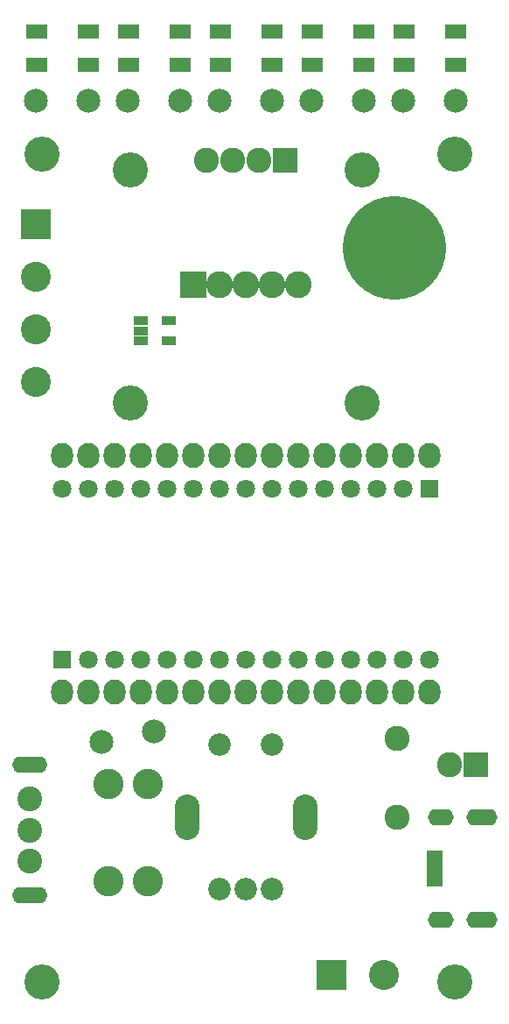
<source format=gbr>
G04 #@! TF.FileFunction,Soldermask,Top*
%FSLAX46Y46*%
G04 Gerber Fmt 4.6, Leading zero omitted, Abs format (unit mm)*
G04 Created by KiCad (PCBNEW 4.0.4-stable) date 09/05/17 13:24:04*
%MOMM*%
%LPD*%
G01*
G04 APERTURE LIST*
%ADD10C,0.500000*%
%ADD11R,2.432000X2.432000*%
%ADD12C,2.432000*%
%ADD13C,3.400000*%
%ADD14C,2.305000*%
%ADD15O,2.127200X2.432000*%
%ADD16C,2.940000*%
%ADD17C,2.400000*%
%ADD18O,3.400000X1.600000*%
%ADD19R,1.500000X0.850000*%
%ADD20O,2.500000X1.600000*%
%ADD21O,3.000000X1.600000*%
%ADD22R,2.500580X2.500580*%
%ADD23C,2.599640*%
%ADD24R,2.899360X2.899360*%
%ADD25C,2.899360*%
%ADD26C,1.797000*%
%ADD27R,1.797000X1.797000*%
%ADD28C,10.010000*%
%ADD29C,2.178000*%
%ADD30O,2.398980X4.400500*%
%ADD31R,2.000000X1.400000*%
%ADD32R,1.400000X0.950000*%
G04 APERTURE END LIST*
D10*
D11*
X28575000Y84455000D03*
D12*
X26035000Y84455000D03*
X23495000Y84455000D03*
X20955000Y84455000D03*
D13*
X36015000Y83475000D03*
X36015000Y60975000D03*
X13515000Y60975000D03*
X13515000Y83475000D03*
D14*
X15875000Y29210000D03*
X10775000Y28210000D03*
D12*
X39370000Y28575000D03*
X39370000Y20955000D03*
D15*
X6985000Y33020000D03*
X9525000Y33020000D03*
X12065000Y33020000D03*
X14605000Y33020000D03*
X17145000Y33020000D03*
X19685000Y33020000D03*
X22225000Y33020000D03*
X24765000Y33020000D03*
X27305000Y33020000D03*
X29845000Y33020000D03*
X32385000Y33020000D03*
X34925000Y33020000D03*
X37465000Y33020000D03*
X40005000Y33020000D03*
X42545000Y33020000D03*
X6985000Y55880000D03*
X37465000Y55880000D03*
X40005000Y55880000D03*
X34925000Y55880000D03*
X19685000Y55880000D03*
X17145000Y55880000D03*
X22225000Y55880000D03*
X42545000Y55880000D03*
X27305000Y55880000D03*
X24765000Y55880000D03*
X29845000Y55880000D03*
X32385000Y55880000D03*
X12065000Y55880000D03*
X14605000Y55880000D03*
X9525000Y55880000D03*
D16*
X15240000Y24130000D03*
X15240000Y14732000D03*
D17*
X3784600Y19692620D03*
X3810000Y16685000D03*
X3810000Y22685000D03*
D18*
X3810000Y13385000D03*
X3810000Y25985000D03*
D14*
X4445000Y90170000D03*
X9525000Y90170000D03*
X13335000Y90170000D03*
X18415000Y90170000D03*
X22225000Y90170000D03*
X27305000Y90170000D03*
X31115000Y90170000D03*
X36195000Y90170000D03*
X40005000Y90170000D03*
X45085000Y90170000D03*
D16*
X11430000Y24130000D03*
X11430000Y14732000D03*
D19*
X43030000Y14699000D03*
X43030000Y15349000D03*
X43030000Y15999000D03*
X43030000Y16649000D03*
X43030000Y17299000D03*
D20*
X43580000Y11049000D03*
X43580000Y20949000D03*
D21*
X47580000Y11049000D03*
X47580000Y20949000D03*
D22*
X19685000Y72390000D03*
D23*
X22225000Y72390000D03*
X24765000Y72390000D03*
X27305000Y72390000D03*
X29845000Y72390000D03*
D24*
X4445000Y78232000D03*
D25*
X4445000Y73152000D03*
X4445000Y68072000D03*
X4445000Y62992000D03*
D26*
X42545000Y36195000D03*
X40005000Y36195000D03*
X37465000Y36195000D03*
X34925000Y36195000D03*
X32385000Y36195000D03*
D27*
X6985000Y36195000D03*
D26*
X9525000Y36195000D03*
X12065000Y36195000D03*
X14605000Y36195000D03*
X17145000Y36195000D03*
X19685000Y36195000D03*
X22225000Y36195000D03*
X24765000Y36195000D03*
X27305000Y36195000D03*
X29845000Y36195000D03*
X6985000Y52705000D03*
X9525000Y52705000D03*
X12065000Y52705000D03*
X14605000Y52705000D03*
X17145000Y52705000D03*
D27*
X42545000Y52705000D03*
D26*
X40005000Y52705000D03*
X37465000Y52705000D03*
X34925000Y52705000D03*
X32385000Y52705000D03*
X29845000Y52705000D03*
X27305000Y52705000D03*
X24765000Y52705000D03*
X22225000Y52705000D03*
X19685000Y52705000D03*
D13*
X45000000Y85000000D03*
X5000000Y85000000D03*
X5000000Y5000000D03*
X45000000Y5000000D03*
D28*
X39116000Y75946000D03*
D24*
X33020000Y5715000D03*
D25*
X38100000Y5715000D03*
D29*
X22225000Y13970000D03*
X27305000Y13970000D03*
X24765000Y13970000D03*
X22225000Y27940000D03*
X27305000Y27940000D03*
D30*
X30480000Y20955000D03*
X19050000Y20955000D03*
D31*
X9485000Y93650000D03*
X9485000Y96850000D03*
X4485000Y93650000D03*
X4485000Y96850000D03*
X18375000Y93650000D03*
X18375000Y96850000D03*
X13375000Y93650000D03*
X13375000Y96850000D03*
X27265000Y93650000D03*
X27265000Y96850000D03*
X22265000Y93650000D03*
X22265000Y96850000D03*
X36155000Y93650000D03*
X36155000Y96850000D03*
X31155000Y93650000D03*
X31155000Y96850000D03*
X45045000Y93650000D03*
X45045000Y96850000D03*
X40045000Y93650000D03*
X40045000Y96850000D03*
D12*
X44450000Y26035000D03*
D11*
X46990000Y26035000D03*
D32*
X17305000Y68895000D03*
X17305000Y66995000D03*
X14605000Y68895000D03*
X14605000Y67945000D03*
X14605000Y66995000D03*
M02*

</source>
